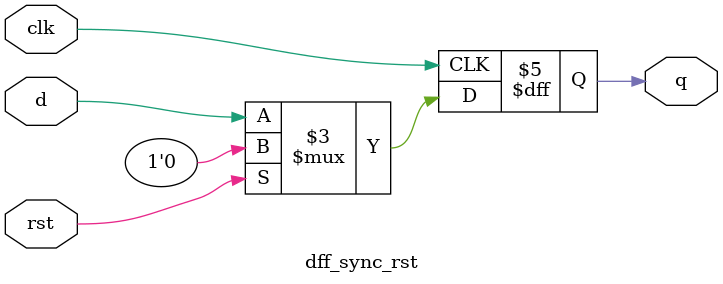
<source format=v>
`timescale 1ns / 1ps


module dff_sync_rst(
    input      clk,rst,
    input      d,
    output reg q
    );
    always@(posedge clk)
        begin
            if(rst)
                q <= 1'b0;
            else
                q <= d;
        end
endmodule

</source>
